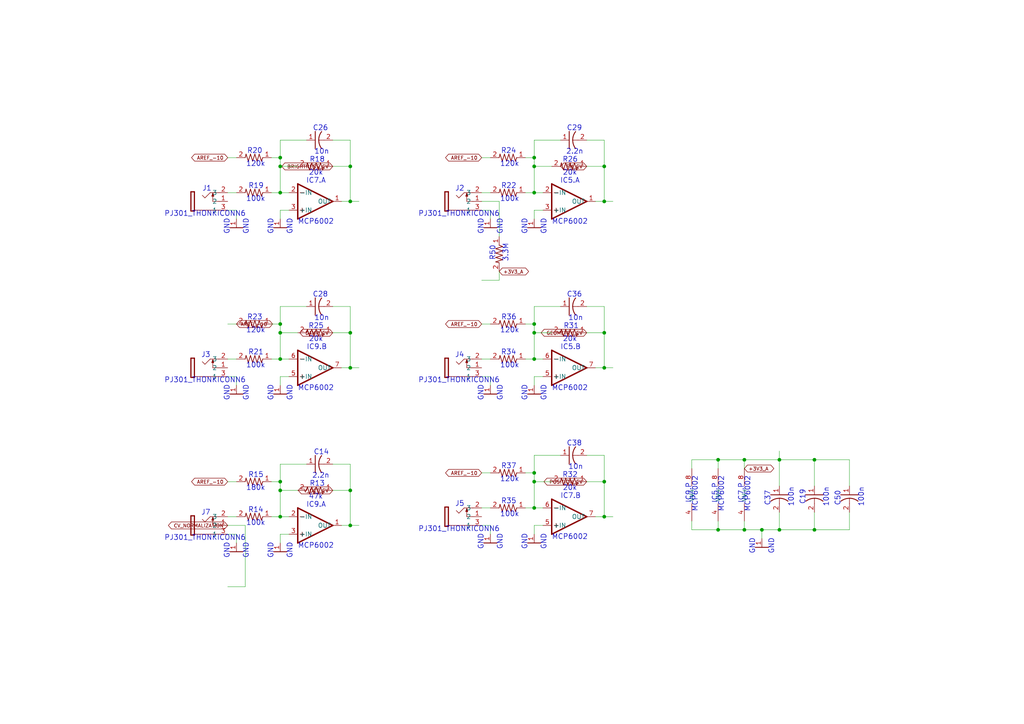
<source format=kicad_sch>
(kicad_sch (version 20231120) (generator "eeschema") (generator_version "8.0")
  (paper "A4")
  (lib_symbols
    (symbol "nrings-eagle-import:BRIGHT"
      (symbol "BRIGHT_1_0"
        (polyline (pts (xy -4.063 -2.794) (xy -4.063 2.794)) (stroke (width 0.333)))
        (polyline (pts (xy -4.063 2.794) (xy -3.047 2.794)) (stroke (width 0.333)))
        (polyline (pts (xy -3.047 -2.794) (xy -4.063 -2.794)) (stroke (width 0.333)))
        (polyline (pts (xy -3.047 2.794) (xy -3.047 -2.794)) (stroke (width 0.333)))
        (polyline (pts (xy -0.001 1.016) (xy -0.763 1.778)) (stroke (width 0.152)))
        (polyline (pts (xy 1.523 2.54) (xy -0.001 1.016)) (stroke (width 0.152)))
        (polyline (pts (xy 2.031 1.524) (xy 2.285 2.286)) (stroke (width 0.254)))
        (polyline (pts (xy 2.285 0) (xy 2.285 2.286)) (stroke (width 0.152)))
        (polyline (pts (xy 2.285 2.286) (xy 2.539 1.524)) (stroke (width 0.254)))
        (polyline (pts (xy 2.539 1.524) (xy 2.031 1.524)) (stroke (width 0.254)))
        (polyline (pts (xy 4.063 -2.54) (xy -3.049 -2.54)) (stroke (width 0.152)))
        (polyline (pts (xy 4.063 0) (xy 2.285 0)) (stroke (width 0.152)))
        (polyline (pts (xy 4.063 2.54) (xy 1.523 2.54)) (stroke (width 0.152)))
        (pin passive line (at 6.603 0 180) (length 2.54) (name "2") (number "1"))
        (pin passive line (at 6.603 2.54 180) (length 2.54) (name "3") (number "2"))
        (pin passive line (at 6.603 -2.54 180) (length 2.54) (name "1") (number "3"))
      )
    )
    (symbol "nrings-eagle-import:C-USC0603_4"
      (symbol "C-USC0603_4_1_0"
        (polyline (pts (xy -2.54 1.27) (xy 2.54 1.27)) (stroke (width 0.254)))
        (polyline (pts (xy 0 0.254) (xy 0 -1.27)) (stroke (width 0.152)))
        (arc (start 0 0.254) (mid -1.3021 0.0399) (end -2.467 -0.58) (stroke (width 0.254)))
        (arc (start 2.489 -0.584) (mid 1.3157 0.0506) (end 0 0.2701) (stroke (width 0.254)))
        (pin passive line (at 0 3.81 270) (length 2.54) (name "1") (number "1"))
        (pin passive line (at 0 -3.81 90) (length 2.54) (name "2") (number "2"))
      )
    )
    (symbol "nrings-eagle-import:C-USC0603_5"
      (symbol "C-USC0603_5_1_0"
        (arc (start -0.254 0) (mid -0.0399 -1.3021) (end 0.58 -2.467) (stroke (width 0.254)))
        (polyline (pts (xy -1.27 -2.54) (xy -1.27 2.54)) (stroke (width 0.254)))
        (polyline (pts (xy -0.254 0) (xy 1.27 0)) (stroke (width 0.152)))
        (arc (start 0.584 2.489) (mid -0.0506 1.3157) (end -0.27 0) (stroke (width 0.254)))
        (pin passive line (at -3.81 0 0) (length 2.54) (name "1") (number "1"))
        (pin passive line (at 3.81 0 180) (length 2.54) (name "2") (number "2"))
      )
    )
    (symbol "nrings-eagle-import:DAMP"
      (symbol "DAMP_1_0"
        (polyline (pts (xy -4.063 -2.794) (xy -4.063 2.794)) (stroke (width 0.333)))
        (polyline (pts (xy -4.063 2.794) (xy -3.047 2.794)) (stroke (width 0.333)))
        (polyline (pts (xy -3.047 -2.794) (xy -4.063 -2.794)) (stroke (width 0.333)))
        (polyline (pts (xy -3.047 2.794) (xy -3.047 -2.794)) (stroke (width 0.333)))
        (polyline (pts (xy -0.001 1.016) (xy -0.763 1.778)) (stroke (width 0.152)))
        (polyline (pts (xy 1.523 2.54) (xy -0.001 1.016)) (stroke (width 0.152)))
        (polyline (pts (xy 2.031 1.524) (xy 2.285 2.286)) (stroke (width 0.254)))
        (polyline (pts (xy 2.285 0) (xy 2.285 2.286)) (stroke (width 0.152)))
        (polyline (pts (xy 2.285 2.286) (xy 2.539 1.524)) (stroke (width 0.254)))
        (polyline (pts (xy 2.539 1.524) (xy 2.031 1.524)) (stroke (width 0.254)))
        (polyline (pts (xy 4.063 -2.54) (xy -3.049 -2.54)) (stroke (width 0.152)))
        (polyline (pts (xy 4.063 0) (xy 2.285 0)) (stroke (width 0.152)))
        (polyline (pts (xy 4.063 2.54) (xy 1.523 2.54)) (stroke (width 0.152)))
        (pin passive line (at 6.603 0 180) (length 2.54) (name "2") (number "1"))
        (pin passive line (at 6.603 2.54 180) (length 2.54) (name "3") (number "2"))
        (pin passive line (at 6.603 -2.54 180) (length 2.54) (name "1") (number "3"))
      )
    )
    (symbol "nrings-eagle-import:GEOM"
      (symbol "GEOM_1_0"
        (polyline (pts (xy -4.063 -2.794) (xy -4.063 2.794)) (stroke (width 0.333)))
        (polyline (pts (xy -4.063 2.794) (xy -3.047 2.794)) (stroke (width 0.333)))
        (polyline (pts (xy -3.047 -2.794) (xy -4.063 -2.794)) (stroke (width 0.333)))
        (polyline (pts (xy -3.047 2.794) (xy -3.047 -2.794)) (stroke (width 0.333)))
        (polyline (pts (xy -0.001 1.016) (xy -0.763 1.778)) (stroke (width 0.152)))
        (polyline (pts (xy 1.523 2.54) (xy -0.001 1.016)) (stroke (width 0.152)))
        (polyline (pts (xy 2.031 1.524) (xy 2.285 2.286)) (stroke (width 0.254)))
        (polyline (pts (xy 2.285 0) (xy 2.285 2.286)) (stroke (width 0.152)))
        (polyline (pts (xy 2.285 2.286) (xy 2.539 1.524)) (stroke (width 0.254)))
        (polyline (pts (xy 2.539 1.524) (xy 2.031 1.524)) (stroke (width 0.254)))
        (polyline (pts (xy 4.063 -2.54) (xy -3.049 -2.54)) (stroke (width 0.152)))
        (polyline (pts (xy 4.063 0) (xy 2.285 0)) (stroke (width 0.152)))
        (polyline (pts (xy 4.063 2.54) (xy 1.523 2.54)) (stroke (width 0.152)))
        (pin passive line (at 6.603 0 180) (length 2.54) (name "2") (number "1"))
        (pin passive line (at 6.603 2.54 180) (length 2.54) (name "3") (number "2"))
        (pin passive line (at 6.603 -2.54 180) (length 2.54) (name "1") (number "3"))
      )
    )
    (symbol "nrings-eagle-import:GND" (power)
      (symbol "GND_1_0"
        (polyline (pts (xy -1.905 0) (xy 1.905 0)) (stroke (width 0.254)))
        (pin power_in line (at 0 2.54 270) (length 2.54) (name "GND") (number "1"))
      )
    )
    (symbol "nrings-eagle-import:PJ301_THONKICONN6"
      (symbol "PJ301_THONKICONN6_1_0"
        (polyline (pts (xy -4.063 -2.794) (xy -4.063 2.794)) (stroke (width 0.333)))
        (polyline (pts (xy -4.063 2.794) (xy -3.047 2.794)) (stroke (width 0.333)))
        (polyline (pts (xy -3.047 -2.794) (xy -4.063 -2.794)) (stroke (width 0.333)))
        (polyline (pts (xy -3.047 2.794) (xy -3.047 -2.794)) (stroke (width 0.333)))
        (polyline (pts (xy -0.001 1.016) (xy -0.763 1.778)) (stroke (width 0.152)))
        (polyline (pts (xy 1.523 2.54) (xy -0.001 1.016)) (stroke (width 0.152)))
        (polyline (pts (xy 2.031 1.524) (xy 2.285 2.286)) (stroke (width 0.254)))
        (polyline (pts (xy 2.285 0) (xy 2.285 2.286)) (stroke (width 0.152)))
        (polyline (pts (xy 2.285 2.286) (xy 2.539 1.524)) (stroke (width 0.254)))
        (polyline (pts (xy 2.539 1.524) (xy 2.031 1.524)) (stroke (width 0.254)))
        (polyline (pts (xy 4.063 -2.54) (xy -3.049 -2.54)) (stroke (width 0.152)))
        (polyline (pts (xy 4.063 0) (xy 2.285 0)) (stroke (width 0.152)))
        (polyline (pts (xy 4.063 2.54) (xy 1.523 2.54)) (stroke (width 0.152)))
        (pin passive line (at 6.603 0 180) (length 2.54) (name "2") (number "1"))
        (pin passive line (at 6.603 2.54 180) (length 2.54) (name "3") (number "2"))
        (pin passive line (at 6.603 -2.54 180) (length 2.54) (name "1") (number "3"))
      )
    )
    (symbol "nrings-eagle-import:POS"
      (symbol "POS_1_0"
        (polyline (pts (xy -4.063 -2.794) (xy -4.063 2.794)) (stroke (width 0.333)))
        (polyline (pts (xy -4.063 2.794) (xy -3.047 2.794)) (stroke (width 0.333)))
        (polyline (pts (xy -3.047 -2.794) (xy -4.063 -2.794)) (stroke (width 0.333)))
        (polyline (pts (xy -3.047 2.794) (xy -3.047 -2.794)) (stroke (width 0.333)))
        (polyline (pts (xy -0.001 1.016) (xy -0.763 1.778)) (stroke (width 0.152)))
        (polyline (pts (xy 1.523 2.54) (xy -0.001 1.016)) (stroke (width 0.152)))
        (polyline (pts (xy 2.031 1.524) (xy 2.285 2.286)) (stroke (width 0.254)))
        (polyline (pts (xy 2.285 0) (xy 2.285 2.286)) (stroke (width 0.152)))
        (polyline (pts (xy 2.285 2.286) (xy 2.539 1.524)) (stroke (width 0.254)))
        (polyline (pts (xy 2.539 1.524) (xy 2.031 1.524)) (stroke (width 0.254)))
        (polyline (pts (xy 4.063 -2.54) (xy -3.049 -2.54)) (stroke (width 0.152)))
        (polyline (pts (xy 4.063 0) (xy 2.285 0)) (stroke (width 0.152)))
        (polyline (pts (xy 4.063 2.54) (xy 1.523 2.54)) (stroke (width 0.152)))
        (pin passive line (at 6.603 0 180) (length 2.54) (name "2") (number "1"))
        (pin passive line (at 6.603 2.54 180) (length 2.54) (name "3") (number "2"))
        (pin passive line (at 6.603 -2.54 180) (length 2.54) (name "1") (number "3"))
      )
    )
    (symbol "nrings-eagle-import:R-US_R0603_36"
      (symbol "R-US_R0603_36_1_0"
        (polyline (pts (xy -1.016 -2.286) (xy 0 -2.54)) (stroke (width 0.203)))
        (polyline (pts (xy -1.016 -1.016) (xy 1.016 -1.651)) (stroke (width 0.203)))
        (polyline (pts (xy -1.016 0.254) (xy 1.016 -0.381)) (stroke (width 0.203)))
        (polyline (pts (xy -1.016 1.524) (xy 1.016 0.889)) (stroke (width 0.203)))
        (polyline (pts (xy 0 2.54) (xy 1.016 2.159)) (stroke (width 0.203)))
        (polyline (pts (xy 1.016 -1.651) (xy -1.016 -2.286)) (stroke (width 0.203)))
        (polyline (pts (xy 1.016 -0.381) (xy -1.016 -1.016)) (stroke (width 0.203)))
        (polyline (pts (xy 1.016 0.889) (xy -1.016 0.254)) (stroke (width 0.203)))
        (polyline (pts (xy 1.016 2.159) (xy -1.016 1.524)) (stroke (width 0.203)))
        (pin passive line (at 0 5.08 270) (length 2.54) (name "1") (number "1"))
        (pin passive line (at 0 -5.08 90) (length 2.54) (name "2") (number "2"))
      )
    )
    (symbol "nrings-eagle-import:R-US_R0603_37"
      (symbol "R-US_R0603_37_1_0"
        (polyline (pts (xy -2.286 1.016) (xy -2.54 0)) (stroke (width 0.203)))
        (polyline (pts (xy -1.651 -1.016) (xy -2.286 1.016)) (stroke (width 0.203)))
        (polyline (pts (xy -1.016 1.016) (xy -1.651 -1.016)) (stroke (width 0.203)))
        (polyline (pts (xy -0.381 -1.016) (xy -1.016 1.016)) (stroke (width 0.203)))
        (polyline (pts (xy 0.254 1.016) (xy -0.381 -1.016)) (stroke (width 0.203)))
        (polyline (pts (xy 0.889 -1.016) (xy 0.254 1.016)) (stroke (width 0.203)))
        (polyline (pts (xy 1.524 1.016) (xy 0.889 -1.016)) (stroke (width 0.203)))
        (polyline (pts (xy 2.159 -1.016) (xy 1.524 1.016)) (stroke (width 0.203)))
        (polyline (pts (xy 2.54 0) (xy 2.159 -1.016)) (stroke (width 0.203)))
        (pin passive line (at 5.08 0 180) (length 2.54) (name "1") (number "1"))
        (pin passive line (at -5.08 0 0) (length 2.54) (name "2") (number "2"))
      )
    )
    (symbol "nrings-eagle-import:TL072D"
      (symbol "TL072D_1_0"
        (polyline (pts (xy -5.08 -5.08) (xy -5.08 5.08)) (stroke (width 0.406)))
        (polyline (pts (xy -5.08 5.08) (xy 5.08 0)) (stroke (width 0.406)))
        (polyline (pts (xy -4.445 -2.54) (xy -3.175 -2.54)) (stroke (width 0.152)))
        (polyline (pts (xy -4.445 2.54) (xy -3.175 2.54)) (stroke (width 0.152)))
        (polyline (pts (xy -3.81 -3.175) (xy -3.81 -1.905)) (stroke (width 0.152)))
        (polyline (pts (xy 5.08 0) (xy -5.08 -5.08)) (stroke (width 0.406)))
        (pin output line (at 7.62 0 180) (length 2.54) (name "OUT") (number "1"))
        (pin input line (at -7.62 2.54 0) (length 2.54) (name "-IN") (number "2"))
        (pin input line (at -7.62 -2.54 0) (length 2.54) (name "+IN") (number "3"))
      )
      (symbol "TL072D_2_0"
        (polyline (pts (xy -5.08 -5.08) (xy -5.08 5.08)) (stroke (width 0.406)))
        (polyline (pts (xy -5.08 5.08) (xy 5.08 0)) (stroke (width 0.406)))
        (polyline (pts (xy -4.445 -2.54) (xy -3.175 -2.54)) (stroke (width 0.152)))
        (polyline (pts (xy -4.445 2.54) (xy -3.175 2.54)) (stroke (width 0.152)))
        (polyline (pts (xy -3.81 -3.175) (xy -3.81 -1.905)) (stroke (width 0.152)))
        (polyline (pts (xy 5.08 0) (xy -5.08 -5.08)) (stroke (width 0.406)))
        (pin input line (at -7.62 -2.54 0) (length 2.54) (name "+IN") (number "5"))
        (pin input line (at -7.62 2.54 0) (length 2.54) (name "-IN") (number "6"))
        (pin output line (at 7.62 0 180) (length 2.54) (name "OUT") (number "7"))
      )
      (symbol "TL072D_3_0"
        (pin power_in line (at 0 -7.62 90) (length 5.08) (name "V-") (number "4"))
        (pin power_in line (at 0 7.62 270) (length 5.08) (name "V+") (number "8"))
      )
    )
    (symbol "nrings-eagle-import:VOCT"
      (symbol "VOCT_1_0"
        (polyline (pts (xy -4.063 -2.794) (xy -4.063 2.794)) (stroke (width 0.333)))
        (polyline (pts (xy -4.063 2.794) (xy -3.047 2.794)) (stroke (width 0.333)))
        (polyline (pts (xy -3.047 -2.794) (xy -4.063 -2.794)) (stroke (width 0.333)))
        (polyline (pts (xy -3.047 2.794) (xy -3.047 -2.794)) (stroke (width 0.333)))
        (polyline (pts (xy -0.001 1.016) (xy -0.763 1.778)) (stroke (width 0.152)))
        (polyline (pts (xy 1.523 2.54) (xy -0.001 1.016)) (stroke (width 0.152)))
        (polyline (pts (xy 2.031 1.524) (xy 2.285 2.286)) (stroke (width 0.254)))
        (polyline (pts (xy 2.285 0) (xy 2.285 2.286)) (stroke (width 0.152)))
        (polyline (pts (xy 2.285 2.286) (xy 2.539 1.524)) (stroke (width 0.254)))
        (polyline (pts (xy 2.539 1.524) (xy 2.031 1.524)) (stroke (width 0.254)))
        (polyline (pts (xy 4.063 -2.54) (xy -3.049 -2.54)) (stroke (width 0.152)))
        (polyline (pts (xy 4.063 0) (xy 2.285 0)) (stroke (width 0.152)))
        (polyline (pts (xy 4.063 2.54) (xy 1.523 2.54)) (stroke (width 0.152)))
        (pin passive line (at 6.603 0 180) (length 2.54) (name "2") (number "1"))
        (pin passive line (at 6.603 2.54 180) (length 2.54) (name "3") (number "2"))
        (pin passive line (at 6.603 -2.54 180) (length 2.54) (name "1") (number "3"))
      )
    )
  )
  (junction (at 226.06 133.35))
  (junction (at 154.94 45.72))
  (junction (at 81.28 93.98))
  (junction (at 154.94 139.7))
  (junction (at 208.28 133.35))
  (junction (at 81.28 149.86))
  (junction (at 220.98 153.67))
  (junction (at 81.28 104.14))
  (junction (at 154.94 48.26))
  (junction (at 101.6 152.4))
  (junction (at 175.26 149.86))
  (junction (at 175.26 48.26))
  (junction (at 208.28 153.67))
  (junction (at 175.26 58.42))
  (junction (at 101.6 58.42))
  (junction (at 226.06 153.67))
  (junction (at 101.6 142.24))
  (junction (at 81.28 142.24))
  (junction (at 101.6 106.68))
  (junction (at 154.94 96.52))
  (junction (at 154.94 55.88))
  (junction (at 175.26 96.52))
  (junction (at 81.28 55.88))
  (junction (at 81.28 45.72))
  (junction (at 154.94 137.16))
  (junction (at 236.22 133.35))
  (junction (at 154.94 93.98))
  (junction (at 154.94 147.32))
  (junction (at 215.9 133.35))
  (junction (at 175.26 106.68))
  (junction (at 215.9 153.67))
  (junction (at 154.94 104.14))
  (junction (at 236.22 153.67))
  (junction (at 101.6 48.26))
  (junction (at 175.26 139.7))
  (junction (at 81.28 96.52))
  (junction (at 81.28 139.7))
  (junction (at 81.28 48.26))
  (junction (at 101.6 96.52))
  (wire (pts (xy 81.28 88.9) (xy 81.28 93.98)) (stroke (width 0.1)))
  (wire (pts (xy 88.9 40.64) (xy 81.28 40.64)) (stroke (width 0.1)))
  (wire (pts (xy 81.28 55.88) (xy 83.82 55.88)) (stroke (width 0.1)))
  (wire (pts (xy 226.06 153.67) (xy 220.98 153.67)) (stroke (width 0.1)))
  (wire (pts (xy 78.74 104.14) (xy 81.28 104.14)) (stroke (width 0.1)))
  (wire (pts (xy 83.82 109.22) (xy 81.28 109.22)) (stroke (width 0.1)))
  (wire (pts (xy 96.52 88.9) (xy 101.6 88.9)) (stroke (width 0.1)))
  (wire (pts (xy 68.58 154.94) (xy 68.58 157.48)) (stroke (width 0.1)))
  (wire (pts (xy 66.04 154.94) (xy 68.58 154.94)) (stroke (width 0.1)))
  (wire (pts (xy 81.28 104.14) (xy 83.82 104.14)) (stroke (width 0.1)))
  (wire (pts (xy 170.18 139.7) (xy 175.26 139.7)) (stroke (width 0.1)))
  (wire (pts (xy 66.04 104.14) (xy 68.58 104.14)) (stroke (width 0.1)))
  (wire (pts (xy 144.78 78.74) (xy 144.78 81.28)) (stroke (width 0.1)))
  (wire (pts (xy 154.94 109.22) (xy 154.94 111.76)) (stroke (width 0.1)))
  (wire (pts (xy 160.02 48.26) (xy 154.94 48.26)) (stroke (width 0.1)))
  (wire (pts (xy 139.7 104.14) (xy 142.24 104.14)) (stroke (width 0.1)))
  (wire (pts (xy 154.94 96.52) (xy 154.94 104.14)) (stroke (width 0.1)))
  (wire (pts (xy 139.7 152.4) (xy 142.24 152.4)) (stroke (width 0.1)))
  (wire (pts (xy 236.22 133.35) (xy 236.22 140.97)) (stroke (width 0.1)))
  (wire (pts (xy 139.7 109.22) (xy 142.24 109.22)) (stroke (width 0.1)))
  (wire (pts (xy 200.66 133.35) (xy 208.28 133.35)) (stroke (width 0.1)))
  (wire (pts (xy 78.74 45.72) (xy 81.28 45.72)) (stroke (width 0.1)))
  (wire (pts (xy 66.04 152.4) (xy 71.12 152.4)) (stroke (width 0.1)))
  (wire (pts (xy 78.74 55.88) (xy 81.28 55.88)) (stroke (width 0.1)))
  (wire (pts (xy 154.94 152.4) (xy 154.94 154.94)) (stroke (width 0.1)))
  (wire (pts (xy 86.36 96.52) (xy 81.28 96.52)) (stroke (width 0.1)))
  (wire (pts (xy 154.94 93.98) (xy 154.94 88.9)) (stroke (width 0.1)))
  (wire (pts (xy 175.26 48.26) (xy 175.26 58.42)) (stroke (width 0.1)))
  (wire (pts (xy 81.28 139.7) (xy 81.28 142.24)) (stroke (width 0.1)))
  (wire (pts (xy 142.24 109.22) (xy 142.24 111.76)) (stroke (width 0.1)))
  (wire (pts (xy 68.58 109.22) (xy 68.58 111.76)) (stroke (width 0.1)))
  (wire (pts (xy 88.9 134.62) (xy 81.28 134.62)) (stroke (width 0.1)))
  (wire (pts (xy 86.36 48.26) (xy 81.28 48.26)) (stroke (width 0.1)))
  (wire (pts (xy 152.4 104.14) (xy 154.94 104.14)) (stroke (width 0.1)))
  (wire (pts (xy 226.06 148.59) (xy 226.06 153.67)) (stroke (width 0.1)))
  (wire (pts (xy 200.66 151.13) (xy 200.66 153.67)) (stroke (width 0.1)))
  (wire (pts (xy 157.48 60.96) (xy 154.94 60.96)) (stroke (width 0.1)))
  (wire (pts (xy 81.28 149.86) (xy 83.82 149.86)) (stroke (width 0.1)))
  (wire (pts (xy 154.94 93.98) (xy 154.94 96.52)) (stroke (width 0.1)))
  (wire (pts (xy 142.24 60.96) (xy 142.24 63.5)) (stroke (width 0.1)))
  (wire (pts (xy 81.28 60.96) (xy 81.28 63.5)) (stroke (width 0.1)))
  (wire (pts (xy 154.94 132.08) (xy 162.56 132.08)) (stroke (width 0.1)))
  (wire (pts (xy 246.38 140.97) (xy 246.38 133.35)) (stroke (width 0.1)))
  (wire (pts (xy 236.22 153.67) (xy 236.22 148.59)) (stroke (width 0.1)))
  (wire (pts (xy 154.94 147.32) (xy 157.48 147.32)) (stroke (width 0.1)))
  (wire (pts (xy 175.26 88.9) (xy 175.26 96.52)) (stroke (width 0.1)))
  (wire (pts (xy 157.48 152.4) (xy 154.94 152.4)) (stroke (width 0.1)))
  (wire (pts (xy 175.26 58.42) (xy 177.8 58.42)) (stroke (width 0.1)))
  (wire (pts (xy 78.74 139.7) (xy 81.28 139.7)) (stroke (width 0.1)))
  (wire (pts (xy 152.4 137.16) (xy 154.94 137.16)) (stroke (width 0.1)))
  (wire (pts (xy 162.56 40.64) (xy 154.94 40.64)) (stroke (width 0.1)))
  (wire (pts (xy 246.38 153.67) (xy 236.22 153.67)) (stroke (width 0.1)))
  (wire (pts (xy 83.82 60.96) (xy 81.28 60.96)) (stroke (width 0.1)))
  (wire (pts (xy 208.28 135.89) (xy 208.28 133.35)) (stroke (width 0.1)))
  (wire (pts (xy 246.38 133.35) (xy 236.22 133.35)) (stroke (width 0.1)))
  (wire (pts (xy 83.82 154.94) (xy 81.28 154.94)) (stroke (width 0.1)))
  (wire (pts (xy 96.52 96.52) (xy 101.6 96.52)) (stroke (width 0.1)))
  (wire (pts (xy 175.26 58.42) (xy 172.72 58.42)) (stroke (width 0.1)))
  (wire (pts (xy 170.18 48.26) (xy 175.26 48.26)) (stroke (width 0.1)))
  (wire (pts (xy 175.26 132.08) (xy 175.26 139.7)) (stroke (width 0.1)))
  (wire (pts (xy 220.98 153.67) (xy 220.98 156.21)) (stroke (width 0.1)))
  (wire (pts (xy 86.36 142.24) (xy 81.28 142.24)) (stroke (width 0.1)))
  (wire (pts (xy 170.18 88.9) (xy 175.26 88.9)) (stroke (width 0.1)))
  (wire (pts (xy 154.94 45.72) (xy 154.94 48.26)) (stroke (width 0.1)))
  (wire (pts (xy 101.6 48.26) (xy 101.6 58.42)) (stroke (width 0.1)))
  (wire (pts (xy 160.02 96.52) (xy 154.94 96.52)) (stroke (width 0.1)))
  (wire (pts (xy 144.78 58.42) (xy 139.7 58.42)) (stroke (width 0.1)))
  (wire (pts (xy 66.04 139.7) (xy 68.58 139.7)) (stroke (width 0.1)))
  (wire (pts (xy 101.6 152.4) (xy 99.06 152.4)) (stroke (width 0.1)))
  (wire (pts (xy 101.6 88.9) (xy 101.6 96.52)) (stroke (width 0.1)))
  (wire (pts (xy 154.94 137.16) (xy 154.94 132.08)) (stroke (width 0.1)))
  (wire (pts (xy 215.9 135.89) (xy 215.9 133.35)) (stroke (width 0.1)))
  (wire (pts (xy 101.6 106.68) (xy 104.14 106.68)) (stroke (width 0.1)))
  (wire (pts (xy 175.26 149.86) (xy 172.72 149.86)) (stroke (width 0.1)))
  (wire (pts (xy 144.78 81.28) (xy 139.7 81.28)) (stroke (width 0.1)))
  (wire (pts (xy 154.94 88.9) (xy 162.56 88.9)) (stroke (width 0.1)))
  (wire (pts (xy 175.26 106.68) (xy 172.72 106.68)) (stroke (width 0.1)))
  (wire (pts (xy 66.04 55.88) (xy 68.58 55.88)) (stroke (width 0.1)))
  (wire (pts (xy 101.6 106.68) (xy 99.06 106.68)) (stroke (width 0.1)))
  (wire (pts (xy 81.28 48.26) (xy 81.28 55.88)) (stroke (width 0.1)))
  (wire (pts (xy 226.06 133.35) (xy 226.06 140.97)) (stroke (width 0.1)))
  (wire (pts (xy 101.6 142.24) (xy 101.6 152.4)) (stroke (width 0.1)))
  (wire (pts (xy 175.26 96.52) (xy 175.26 106.68)) (stroke (width 0.1)))
  (wire (pts (xy 175.26 139.7) (xy 175.26 149.86)) (stroke (width 0.1)))
  (wire (pts (xy 71.12 152.4) (xy 71.12 170.18)) (stroke (width 0.1)))
  (wire (pts (xy 81.28 154.94) (xy 81.28 157.48)) (stroke (width 0.1)))
  (wire (pts (xy 157.48 109.22) (xy 154.94 109.22)) (stroke (width 0.1)))
  (wire (pts (xy 175.26 40.64) (xy 175.26 48.26)) (stroke (width 0.1)))
  (wire (pts (xy 71.12 170.18) (xy 66.04 170.18)) (stroke (width 0.1)))
  (wire (pts (xy 139.7 137.16) (xy 142.24 137.16)) (stroke (width 0.1)))
  (wire (pts (xy 144.78 68.58) (xy 144.78 58.42)) (stroke (width 0.1)))
  (wire (pts (xy 66.04 109.22) (xy 68.58 109.22)) (stroke (width 0.1)))
  (wire (pts (xy 81.28 93.98) (xy 81.28 96.52)) (stroke (width 0.1)))
  (wire (pts (xy 81.28 142.24) (xy 81.28 149.86)) (stroke (width 0.1)))
  (wire (pts (xy 101.6 40.64) (xy 101.6 48.26)) (stroke (width 0.1)))
  (wire (pts (xy 226.06 133.35) (xy 226.06 130.81)) (stroke (width 0.1)))
  (wire (pts (xy 139.7 45.72) (xy 142.24 45.72)) (stroke (width 0.1)))
  (wire (pts (xy 68.58 93.98) (xy 66.04 93.98)) (stroke (width 0.1)))
  (wire (pts (xy 66.04 45.72) (xy 68.58 45.72)) (stroke (width 0.1)))
  (wire (pts (xy 68.58 60.96) (xy 68.58 63.5)) (stroke (width 0.1)))
  (wire (pts (xy 215.9 133.35) (xy 226.06 133.35)) (stroke (width 0.1)))
  (wire (pts (xy 81.28 40.64) (xy 81.28 45.72)) (stroke (width 0.1)))
  (wire (pts (xy 154.94 48.26) (xy 154.94 55.88)) (stroke (width 0.1)))
  (wire (pts (xy 96.52 142.24) (xy 101.6 142.24)) (stroke (width 0.1)))
  (wire (pts (xy 96.52 48.26) (xy 101.6 48.26)) (stroke (width 0.1)))
  (wire (pts (xy 78.74 149.86) (xy 81.28 149.86)) (stroke (width 0.1)))
  (wire (pts (xy 139.7 55.88) (xy 142.24 55.88)) (stroke (width 0.1)))
  (wire (pts (xy 154.94 40.64) (xy 154.94 45.72)) (stroke (width 0.1)))
  (wire (pts (xy 66.04 60.96) (xy 68.58 60.96)) (stroke (width 0.1)))
  (wire (pts (xy 66.04 149.86) (xy 68.58 149.86)) (stroke (width 0.1)))
  (wire (pts (xy 152.4 55.88) (xy 154.94 55.88)) (stroke (width 0.1)))
  (wire (pts (xy 152.4 147.32) (xy 154.94 147.32)) (stroke (width 0.1)))
  (wire (pts (xy 81.28 109.22) (xy 81.28 111.76)) (stroke (width 0.1)))
  (wire (pts (xy 142.24 152.4) (xy 142.24 154.94)) (stroke (width 0.1)))
  (wire (pts (xy 96.52 134.62) (xy 101.6 134.62)) (stroke (width 0.1)))
  (wire (pts (xy 226.06 153.67) (xy 236.22 153.67)) (stroke (width 0.1)))
  (wire (pts (xy 154.94 104.14) (xy 157.48 104.14)) (stroke (width 0.1)))
  (wire (pts (xy 215.9 151.13) (xy 215.9 153.67)) (stroke (width 0.1)))
  (wire (pts (xy 88.9 88.9) (xy 81.28 88.9)) (stroke (width 0.1)))
  (wire (pts (xy 208.28 151.13) (xy 208.28 153.67)) (stroke (width 0.1)))
  (wire (pts (xy 170.18 132.08) (xy 175.26 132.08)) (stroke (width 0.1)))
  (wire (pts (xy 246.38 148.59) (xy 246.38 153.67)) (stroke (width 0.1)))
  (wire (pts (xy 208.28 133.35) (xy 215.9 133.35)) (stroke (width 0.1)))
  (wire (pts (xy 101.6 58.42) (xy 99.06 58.42)) (stroke (width 0.1)))
  (wire (pts (xy 154.94 60.96) (xy 154.94 63.5)) (stroke (width 0.1)))
  (wire (pts (xy 96.52 40.64) (xy 101.6 40.64)) (stroke (width 0.1)))
  (wire (pts (xy 152.4 45.72) (xy 154.94 45.72)) (stroke (width 0.1)))
  (wire (pts (xy 101.6 152.4) (xy 104.14 152.4)) (stroke (width 0.1)))
  (wire (pts (xy 226.06 133.35) (xy 236.22 133.35)) (stroke (width 0.1)))
  (wire (pts (xy 200.66 153.67) (xy 208.28 153.67)) (stroke (width 0.1)))
  (wire (pts (xy 170.18 96.52) (xy 175.26 96.52)) (stroke (width 0.1)))
  (wire (pts (xy 81.28 45.72) (xy 81.28 48.26)) (stroke (width 0.1)))
  (wire (pts (xy 175.26 149.86) (xy 177.8 149.86)) (stroke (width 0.1)))
  (wire (pts (xy 78.74 93.98) (xy 81.28 93.98)) (stroke (width 0.1)))
  (wire (pts (xy 175.26 106.68) (xy 177.8 106.68)) (stroke (width 0.1)))
  (wire (pts (xy 170.18 40.64) (xy 175.26 40.64)) (stroke (width 0.1)))
  (wire (pts (xy 139.7 147.32) (xy 142.24 147.32)) (stroke (width 0.1)))
  (wire (pts (xy 81.28 96.52) (xy 81.28 104.14)) (stroke (width 0.1)))
  (wire (pts (xy 208.28 153.67) (xy 215.9 153.67)) (stroke (width 0.1)))
  (wire (pts (xy 154.94 139.7) (xy 154.94 147.32)) (stroke (width 0.1)))
  (wire (pts (xy 160.02 139.7) (xy 154.94 139.7)) (stroke (width 0.1)))
  (wire (pts (xy 154.94 55.88) (xy 157.48 55.88)) (stroke (width 0.1)))
  (wire (pts (xy 101.6 96.52) (xy 101.6 106.68)) (stroke (width 0.1)))
  (wire (pts (xy 154.94 137.16) (xy 154.94 139.7)) (stroke (width 0.1)))
  (wire (pts (xy 152.4 93.98) (xy 154.94 93.98)) (stroke (width 0.1)))
  (wire (pts (xy 101.6 58.42) (xy 104.14 58.42)) (stroke (width 0.1)))
  (wire (pts (xy 101.6 134.62) (xy 101.6 142.24)) (stroke (width 0.1)))
  (wire (pts (xy 215.9 153.67) (xy 220.98 153.67)) (stroke (width 0.1)))
  (wire (pts (xy 81.28 134.62) (xy 81.28 139.7)) (stroke (width 0.1)))
  (wire (pts (xy 139.7 60.96) (xy 142.24 60.96)) (stroke (width 0.1)))
  (wire (pts (xy 200.66 135.89) (xy 200.66 133.35)) (stroke (width 0.1)))
  (wire (pts (xy 139.7 93.98) (xy 142.24 93.98)) (stroke (width 0.1)))
  (text "R31" (at 163.426 95.504 0) (effects (font (size 1.48 1.48)) (justify left bottom)))
  (text "10n" (at 91.145 91.44 0) (effects (font (size 1.48 1.48)) (justify left top)))
  (text "20k" (at 163.208 49.276 0) (effects (font (size 1.48 1.48)) (justify left top)))
  (text "MCP6002" (at 160.044 154.94 0) (effects (font (size 1.48 1.48)) (justify left top)))
  (text "IC9.B" (at 88.894 101.6 0) (effects (font (size 1.48 1.48)) (justify left bottom)))
  (text "GND" (at 153.035 159.518 90) (effects (font (size 1.48 1.48)) (justify left bottom)))
  (text "PJ301_THONKICONN6" (at 47.653 61.214 0) (effects (font (size 1.48 1.48)) (justify left top)))
  (text "GND" (at 144.145 68.078 90) (effects (font (size 1.48 1.48)) (justify left top)))
  (text "2.2n" (at 90.509 137.16 0) (effects (font (size 1.48 1.48)) (justify left top)))
  (text "C50" (at 243.84 146.818 90) (effects (font (size 1.48 1.48)) (justify left bottom)))
  (text "PJ301_THONKICONN6" (at 47.653 109.474 0) (effects (font (size 1.48 1.48)) (justify left top)))
  (text "R20" (at 71.658 44.704 0) (effects (font (size 1.48 1.48)) (justify left bottom)))
  (text "GND" (at 66.675 68.078 90) (effects (font (size 1.48 1.48)) (justify left bottom)))
  (text "IC7.P" (at 215.84 146.092 90) (effects (font (size 1.48 1.48)) (justify left bottom)))
  (text "J1" (at 58.654 55.626 0) (effects (font (size 1.48 1.48)) (justify left bottom)))
  (text "MCP6002" (at 215.96 148.566 90) (effects (font (size 1.48 1.48)) (justify left top)))
  (text "MCP6002" (at 200.72 148.566 90) (effects (font (size 1.48 1.48)) (justify left top)))
  (text "GND" (at 153.035 68.078 90) (effects (font (size 1.48 1.48)) (justify left bottom)))
  (text "100k" (at 71.35 150.876 0) (effects (font (size 1.48 1.48)) (justify left top)))
  (text "20k" (at 89.548 49.276 0) (effects (font (size 1.48 1.48)) (justify left top)))
  (text "GND" (at 79.375 116.338 90) (effects (font (size 1.48 1.48)) (justify left bottom)))
  (text "C26" (at 90.709 38.1 0) (effects (font (size 1.48 1.48)) (justify left bottom)))
  (text "C29" (at 164.368 38.1 0) (effects (font (size 1.48 1.48)) (justify left bottom)))
  (text "GND" (at 219.075 160.788 90) (effects (font (size 1.48 1.48)) (justify left bottom)))
  (text "3.3M" (at 145.796 76.043 90) (effects (font (size 1.48 1.48)) (justify left top)))
  (text "R50" (at 143.764 75.662 90) (effects (font (size 1.48 1.48)) (justify left bottom)))
  (text "PJ301_THONKICONN6" (at 47.653 155.194 0) (effects (font (size 1.48 1.48)) (justify left top)))
  (text "GND" (at 79.375 68.078 90) (effects (font (size 1.48 1.48)) (justify left bottom)))
  (text "GND" (at 66.675 162.058 90) (effects (font (size 1.48 1.48)) (justify left bottom)))
  (text "GND" (at 140.335 68.078 90) (effects (font (size 1.48 1.48)) (justify left bottom)))
  (text "GND" (at 156.845 116.338 90) (effects (font (size 1.48 1.48)) (justify left top)))
  (text "C28" (at 90.673 86.36 0) (effects (font (size 1.48 1.48)) (justify left bottom)))
  (text "MCP6002" (at 86.384 111.76 0) (effects (font (size 1.48 1.48)) (justify left top)))
  (text "R24" (at 145.282 44.704 0) (effects (font (size 1.48 1.48)) (justify left bottom)))
  (text "100n" (at 248.92 147.09 90) (effects (font (size 1.48 1.48)) (justify left top)))
  (text "47k" (at 89.511 143.256 0) (effects (font (size 1.48 1.48)) (justify left top)))
  (text "C19" (at 233.68 146.454 90) (effects (font (size 1.48 1.48)) (justify left bottom)))
  (text "GND" (at 70.485 68.078 90) (effects (font (size 1.48 1.48)) (justify left top)))
  (text "120k" (at 71.35 46.736 0) (effects (font (size 1.48 1.48)) (justify left top)))
  (text "GND" (at 222.885 160.788 90) (effects (font (size 1.48 1.48)) (justify left top)))
  (text "GND" (at 83.185 68.078 90) (effects (font (size 1.48 1.48)) (justify left top)))
  (text "IC7.B" (at 162.518 144.78 0) (effects (font (size 1.48 1.48)) (justify left bottom)))
  (text "100k" (at 71.35 105.156 0) (effects (font (size 1.48 1.48)) (justify left top)))
  (text "PJ301_THONKICONN6" (at 121.313 109.474 0) (effects (font (size 1.48 1.48)) (justify left top)))
  (text "PJ301_THONKICONN6" (at 121.313 152.654 0) (effects (font (size 1.48 1.48)) (justify left top)))
  (text "IC5.P" (at 208.22 146.092 90) (effects (font (size 1.48 1.48)) (justify left bottom)))
  (text "GND" (at 79.375 162.058 90) (effects (font (size 1.48 1.48)) (justify left bottom)))
  (text "20k" (at 163.208 140.716 0) (effects (font (size 1.48 1.48)) (justify left top)))
  (text "R18" (at 89.767 47.244 0) (effects (font (size 1.48 1.48)) (justify left bottom)))
  (text "R14" (at 71.95 148.844 0) (effects (font (size 1.48 1.48)) (justify left bottom)))
  (text "C14" (at 90.963 132.08 0) (effects (font (size 1.48 1.48)) (justify left bottom)))
  (text "R25" (at 89.438 95.504 0) (effects (font (size 1.48 1.48)) (justify left bottom)))
  (text "R26" (at 163.135 47.244 0) (effects (font (size 1.48 1.48)) (justify left bottom)))
  (text "R19" (at 72.022 54.864 0) (effects (font (size 1.48 1.48)) (justify left bottom)))
  (text "J5" (at 131.987 147.066 0) (effects (font (size 1.48 1.48)) (justify left bottom)))
  (text "C37" (at 223.52 146.818 90) (effects (font (size 1.48 1.48)) (justify left bottom)))
  (text "R15" (at 71.986 138.684 0) (effects (font (size 1.48 1.48)) (justify left bottom)))
  (text "10n" (at 164.805 91.44 0) (effects (font (size 1.48 1.48)) (justify left top)))
  (text "GND" (at 140.335 116.338 90) (effects (font (size 1.48 1.48)) (justify left bottom)))
  (text "100k" (at 145.01 105.156 0) (effects (font (size 1.48 1.48)) (justify left top)))
  (text "MCP6002" (at 208.34 148.566 90) (effects (font (size 1.48 1.48)) (justify left top)))
  (text "100k" (at 145.01 148.336 0) (effects (font (size 1.48 1.48)) (justify left top)))
  (text "IC9.A" (at 88.821 147.32 0) (effects (font (size 1.48 1.48)) (justify left bottom)))
  (text "20k" (at 163.208 97.536 0) (effects (font (size 1.48 1.48)) (justify left top)))
  (text "GND" (at 70.485 162.058 90) (effects (font (size 1.48 1.48)) (justify left top)))
  (text "GND" (at 140.335 159.518 90) (effects (font (size 1.48 1.48)) (justify left bottom)))
  (text "PJ301_THONKICONN6" (at 121.313 61.214 0) (effects (font (size 1.48 1.48)) (justify left top)))
  (text "J3" (at 58.327 103.886 0) (effects (font (size 1.48 1.48)) (justify left bottom)))
  (text "120k" (at 145.01 138.176 0) (effects (font (size 1.48 1.48)) (justify left top)))
  (text "100k" (at 145.01 56.896 0) (effects (font (size 1.48 1.48)) (justify left top)))
  (text "J2" (at 131.987 55.626 0) (effects (font (size 1.48 1.48)) (justify left bottom)))
  (text "MCP6002" (at 160.044 111.76 0) (effects (font (size 1.48 1.48)) (justify left top)))
  (text "IC5.A" (at 162.445 53.34 0) (effects (font (size 1.48 1.48)) (justify left bottom)))
  (text "MCP6002" (at 86.384 63.5 0) (effects (font (size 1.48 1.48)) (justify left top)))
  (text "J4" (at 131.95 103.886 0) (effects (font (size 1.48 1.48)) (justify left bottom)))
  (text "R37" (at 145.318 136.144 0) (effects (font (size 1.48 1.48)) (justify left bottom)))
  (text "R21" (at 71.986 103.124 0) (effects (font (size 1.48 1.48)) (justify left bottom)))
  (text "10n" (at 91.145 43.18 0) (effects (font (size 1.48 1.48)) (justify left top)))
  (text "120k" (at 71.35 94.996 0) (effects (font (size 1.48 1.48)) (justify left top)))
  (text "IC9.P" (at 200.6 146.056 90) (effects (font (size 1.48 1.48)) (justify left bottom)))
  (text "R22" (at 145.318 54.864 0) (effects (font (size 1.48 1.48)) (justify left bottom)))
  (text "120k" (at 145.01 46.736 0) (effects (font (size 1.48 1.48)) (justify left top)))
  (text "MCP6002" (at 86.384 157.48 0) (effects (font (size 1.48 1.48)) (justify left top)))
  (text "GND" (at 156.845 68.078 90) (effects (font (size 1.48 1.48)) (justify left top)))
  (text "R35" (at 145.318 146.304 0) (effects (font (size 1.48 1.48)) (justify left bottom)))
  (text "GND" (at 156.845 159.518 90) (effects (font (size 1.48 1.48)) (justify left top)))
  (text "GND" (at 83.185 162.058 90) (effects (font (size 1.48 1.48)) (justify left top)))
  (text "10n" (at 164.805 134.62 0) (effects (font (size 1.48 1.48)) (justify left top)))
  (text "100n" (at 238.76 147.09 90) (effects (font (size 1.48 1.48)) (justify left top)))
  (text "GND" (at 70.485 116.338 90) (effects (font (size 1.48 1.48)) (justify left top)))
  (text "R32" (at 163.098 138.684 0) (effects (font (size 1.48 1.48)) (justify left bottom)))
  (text "2.2n" (at 164.169 43.18 0) (effects (font (size 1.48 1.48)) (justify left top)))
  (text "R36" (at 145.355 92.964 0) (effects (font (size 1.48 1.48)) (justify left bottom)))
  (text "GND" (at 144.145 116.338 90) (effects (font (size 1.48 1.48)) (justify left top)))
  (text "100n" (at 228.6 147.09 90) (effects (font (size 1.48 1.48)) (justify left top)))
  (text "GND" (at 153.035 116.338 90) (effects (font (size 1.48 1.48)) (justify left bottom)))
  (text "R13" (at 89.766 141.224 0) (effects (font (size 1.48 1.48)) (justify left bottom)))
  (text "GND" (at 83.185 116.338 90) (effects (font (size 1.48 1.48)) (justify left top)))
  (text "100k" (at 71.35 56.896 0) (effects (font (size 1.48 1.48)) (justify left top)))
  (text "20k" (at 89.548 97.536 0) (effects (font (size 1.48 1.48)) (justify left top)))
  (text "R34" (at 145.282 103.124 0) (effects (font (size 1.48 1.48)) (justify left bottom)))
  (text "R23" (at 71.658 92.964 0) (effects (font (size 1.48 1.48)) (justify left bottom)))
  (text "MCP6002" (at 160.044 63.5 0) (effects (font (size 1.48 1.48)) (justify left top)))
  (text "GND" (at 66.675 116.338 90) (effects (font (size 1.48 1.48)) (justify left bottom)))
  (text "IC7.A" (at 88.785 53.34 0) (effects (font (size 1.48 1.48)) (justify left bottom)))
  (text "120k" (at 145.01 94.996 0) (effects (font (size 1.48 1.48)) (justify left top)))
  (text "IC5.B" (at 162.518 101.6 0) (effects (font (size 1.48 1.48)) (justify left bottom)))
  (text "J7" (at 58.327 149.606 0) (effects (font (size 1.48 1.48)) (justify left bottom)))
  (text "C38" (at 164.333 129.54 0) (effects (font (size 1.48 1.48)) (justify left bottom)))
  (text "180k" (at 71.35 140.716 0) (effects (font (size 1.48 1.48)) (justify left top)))
  (text "GND" (at 144.145 159.518 90) (effects (font (size 1.48 1.48)) (justify left top)))
  (text "C36" (at 164.369 86.36 0) (effects (font (size 1.48 1.48)) (justify left bottom)))
  (global_label "FM_CV" (shape bidirectional) (at 170.18 48.26 180) (effects (font (size 1.016 1.016))) (property "Intersheetrefs" "${INTERSHEET_REFS}" (effects (hide yes))))
  (global_label "AREF_-10" (shape bidirectional) (at 139.7 137.16 180) (effects (font (size 1.016 1.016))) (property "Intersheetrefs" "${INTERSHEET_REFS}" (effects (hide yes))))
  (global_label "AREF_-10" (shape bidirectional) (at 66.04 45.72 180) (effects (font (size 1.016 1.016))) (property "Intersheetrefs" "${INTERSHEET_REFS}" (effects (hide yes))))
  (global_label "+3V3_A" (shape bidirectional) (at 215.9 135.89 0) (effects (font (size 1.016 1.016))) (property "Intersheetrefs" "${INTERSHEET_REFS}" (effects (hide yes))))
  (global_label "AREF_-10" (shape bidirectional) (at 139.7 45.72 180) (effects (font (size 1.016 1.016))) (property "Intersheetrefs" "${INTERSHEET_REFS}" (effects (hide yes))))
  (global_label "DAMP_CV" (shape bidirectional) (at 96.52 96.52 180) (effects (font (size 1.016 1.016))) (property "Intersheetrefs" "${INTERSHEET_REFS}" (effects (hide yes))))
  (global_label "V_OCT_CV" (shape bidirectional) (at 96.52 142.24 180) (effects (font (size 1.016 1.016))) (property "Intersheetrefs" "${INTERSHEET_REFS}" (effects (hide yes))))
  (global_label "AREF_-10" (shape bidirectional) (at 139.7 93.98 180) (effects (font (size 1.016 1.016))) (property "Intersheetrefs" "${INTERSHEET_REFS}" (effects (hide yes))))
  (global_label "CV_NORMALIZATION" (shape bidirectional) (at 66.04 152.4 180) (effects (font (size 1.016 1.016))) (property "Intersheetrefs" "${INTERSHEET_REFS}" (effects (hide yes))))
  (global_label "+3V3_A" (shape bidirectional) (at 144.78 78.74 0) (effects (font (size 1.016 1.016))) (property "Intersheetrefs" "${INTERSHEET_REFS}" (effects (hide yes))))
  (global_label "POSITION_CV" (shape bidirectional) (at 170.18 139.7 180) (effects (font (size 1.016 1.016))) (property "Intersheetrefs" "${INTERSHEET_REFS}" (effects (hide yes))))
  (global_label "GEOMETRY_CV" (shape bidirectional) (at 170.18 96.52 180) (effects (font (size 1.016 1.016))) (property "Intersheetrefs" "${INTERSHEET_REFS}" (effects (hide yes))))
  (global_label "BRIGHTNESS_CV" (shape bidirectional) (at 96.52 48.26 180) (effects (font (size 1.016 1.016))) (property "Intersheetrefs" "${INTERSHEET_REFS}" (effects (hide yes))))
  (global_label "AREF_-10" (shape bidirectional) (at 68.58 93.98 0) (effects (font (size 1.016 1.016))) (property "Intersheetrefs" "${INTERSHEET_REFS}" (effects (hide yes))))
  (global_label "AREF_-10" (shape bidirectional) (at 66.04 139.7 180) (effects (font (size 1.016 1.016))) (property "Intersheetrefs" "${INTERSHEET_REFS}" (effects (hide yes))))
  (symbol (lib_id "nrings-eagle-import:TL072D") (at 91.44 106.68 0) (unit 2)
    (property "Reference" "IC9" (effects (hide yes)))
    (property "Value" "MCP6002" (effects (hide yes)))
    (property "Footprint" "nrings:SO08" (effects (hide yes)))
  )
  (symbol (lib_id "nrings-eagle-import:GND") (at 220.98 158.75 0) (unit 1)
    (property "Reference" "#GND28" (effects (hide yes)))
    (property "Value" "GND" (effects (hide yes)))
  )
  (symbol (lib_id "nrings-eagle-import:R-US_R0603_37") (at 147.32 55.88 0) (unit 1)
    (property "Reference" "R22" (effects (hide yes)))
    (property "Value" "100k" (effects (hide yes)))
    (property "Footprint" "nrings:RES_0603" (effects (hide yes)))
  )
  (symbol (lib_id "nrings-eagle-import:R-US_R0603_37") (at 91.44 142.24 0) (unit 1)
    (property "Reference" "R13" (effects (hide yes)))
    (property "Value" "47k" (effects (hide yes)))
    (property "Footprint" "nrings:RES_0603" (effects (hide yes)))
  )
  (symbol (lib_id "nrings-eagle-import:GEOM") (at 133.097 106.68 0) (unit 1)
    (property "Reference" "J4" (effects (hide yes)))
    (property "Value" "PJ301_THONKICONN6" (effects (hide yes)))
    (property "Footprint" "nrings:THONKICONN" (effects (hide yes)))
  )
  (symbol (lib_id "nrings-eagle-import:GND") (at 142.24 157.48 0) (unit 1)
    (property "Reference" "#GND53" (effects (hide yes)))
    (property "Value" "GND" (effects (hide yes)))
  )
  (symbol (lib_id "nrings-eagle-import:R-US_R0603_37") (at 91.44 48.26 0) (unit 1)
    (property "Reference" "R18" (effects (hide yes)))
    (property "Value" "20k" (effects (hide yes)))
    (property "Footprint" "nrings:RES_0603" (effects (hide yes)))
  )
  (symbol (lib_id "nrings-eagle-import:TL072D") (at 165.1 58.42 0) (unit 1)
    (property "Reference" "IC5" (effects (hide yes)))
    (property "Value" "MCP6002" (effects (hide yes)))
    (property "Footprint" "nrings:SO08" (effects (hide yes)))
  )
  (symbol (lib_id "nrings-eagle-import:R-US_R0603_37") (at 165.1 96.52 0) (unit 1)
    (property "Reference" "R31" (effects (hide yes)))
    (property "Value" "20k" (effects (hide yes)))
    (property "Footprint" "nrings:RES_0603" (effects (hide yes)))
  )
  (symbol (lib_id "nrings-eagle-import:VOCT") (at 59.437 152.4 0) (unit 1)
    (property "Reference" "J7" (effects (hide yes)))
    (property "Value" "PJ301_THONKICONN6" (effects (hide yes)))
    (property "Footprint" "nrings:THONKICONN" (effects (hide yes)))
  )
  (symbol (lib_id "nrings-eagle-import:R-US_R0603_37") (at 73.66 55.88 0) (unit 1)
    (property "Reference" "R19" (effects (hide yes)))
    (property "Value" "100k" (effects (hide yes)))
    (property "Footprint" "nrings:RES_0603" (effects (hide yes)))
  )
  (symbol (lib_id "nrings-eagle-import:TL072D") (at 200.66 143.51 0) (unit 3)
    (property "Reference" "IC9" (effects (hide yes)))
    (property "Value" "MCP6002" (effects (hide yes)))
    (property "Footprint" "nrings:SO08" (effects (hide yes)))
  )
  (symbol (lib_id "nrings-eagle-import:POS") (at 133.097 149.86 0) (unit 1)
    (property "Reference" "J5" (effects (hide yes)))
    (property "Value" "PJ301_THONKICONN6" (effects (hide yes)))
    (property "Footprint" "nrings:THONKICONN" (effects (hide yes)))
  )
  (symbol (lib_id "nrings-eagle-import:TL072D") (at 91.44 152.4 0) (unit 1)
    (property "Reference" "IC9" (effects (hide yes)))
    (property "Value" "MCP6002" (effects (hide yes)))
    (property "Footprint" "nrings:SO08" (effects (hide yes)))
  )
  (symbol (lib_id "nrings-eagle-import:GND") (at 68.58 160.02 0) (unit 1)
    (property "Reference" "#GND49" (effects (hide yes)))
    (property "Value" "GND" (effects (hide yes)))
  )
  (symbol (lib_id "nrings-eagle-import:GND") (at 81.28 66.04 0) (unit 1)
    (property "Reference" "#GND2" (effects (hide yes)))
    (property "Value" "GND" (effects (hide yes)))
  )
  (symbol (lib_id "nrings-eagle-import:R-US_R0603_37") (at 147.32 45.72 0) (unit 1)
    (property "Reference" "R24" (effects (hide yes)))
    (property "Value" "120k" (effects (hide yes)))
    (property "Footprint" "nrings:RES_0603" (effects (hide yes)))
  )
  (symbol (lib_id "nrings-eagle-import:GND") (at 68.58 66.04 0) (unit 1)
    (property "Reference" "#GND1" (effects (hide yes)))
    (property "Value" "GND" (effects (hide yes)))
  )
  (symbol (lib_id "nrings-eagle-import:R-US_R0603_36") (at 144.78 73.66 0) (unit 1)
    (property "Reference" "R50" (effects (hide yes)))
    (property "Value" "3.3M" (effects (hide yes)))
    (property "Footprint" "nrings:RES_0603" (effects (hide yes)))
  )
  (symbol (lib_id "nrings-eagle-import:GND") (at 81.28 160.02 0) (unit 1)
    (property "Reference" "#GND50" (effects (hide yes)))
    (property "Value" "GND" (effects (hide yes)))
  )
  (symbol (lib_id "nrings-eagle-import:C-USC0603_5") (at 166.37 132.08 0) (unit 1)
    (property "Reference" "C38" (effects (hide yes)))
    (property "Value" "10n" (effects (hide yes)))
    (property "Footprint" "nrings:CAP_0603" (effects (hide yes)))
  )
  (symbol (lib_id "nrings-eagle-import:C-USC0603_5") (at 92.71 88.9 0) (unit 1)
    (property "Reference" "C28" (effects (hide yes)))
    (property "Value" "10n" (effects (hide yes)))
    (property "Footprint" "nrings:CAP_0603" (effects (hide yes)))
  )
  (symbol (lib_id "nrings-eagle-import:TL072D") (at 165.1 106.68 0) (unit 2)
    (property "Reference" "IC5" (effects (hide yes)))
    (property "Value" "MCP6002" (effects (hide yes)))
    (property "Footprint" "nrings:SO08" (effects (hide yes)))
  )
  (symbol (lib_id "nrings-eagle-import:PJ301_THONKICONN6") (at 133.097 58.42 0) (unit 1)
    (property "Reference" "J2" (effects (hide yes)))
    (property "Value" "PJ301_THONKICONN6" (effects (hide yes)))
    (property "Footprint" "nrings:THONKICONN" (effects (hide yes)))
  )
  (symbol (lib_id "nrings-eagle-import:R-US_R0603_37") (at 73.66 104.14 0) (unit 1)
    (property "Reference" "R21" (effects (hide yes)))
    (property "Value" "100k" (effects (hide yes)))
    (property "Footprint" "nrings:RES_0603" (effects (hide yes)))
  )
  (symbol (lib_id "nrings-eagle-import:BRIGHT") (at 59.437 58.42 0) (unit 1)
    (property "Reference" "J1" (effects (hide yes)))
    (property "Value" "PJ301_THONKICONN6" (effects (hide yes)))
    (property "Footprint" "nrings:THONKICONN" (effects (hide yes)))
  )
  (symbol (lib_id "nrings-eagle-import:R-US_R0603_37") (at 73.66 45.72 0) (unit 1)
    (property "Reference" "R20" (effects (hide yes)))
    (property "Value" "120k" (effects (hide yes)))
    (property "Footprint" "nrings:RES_0603" (effects (hide yes)))
  )
  (symbol (lib_id "nrings-eagle-import:R-US_R0603_37") (at 73.66 139.7 0) (unit 1)
    (property "Reference" "R15" (effects (hide yes)))
    (property "Value" "180k" (effects (hide yes)))
    (property "Footprint" "nrings:RES_0603" (effects (hide yes)))
  )
  (symbol (lib_id "nrings-eagle-import:R-US_R0603_37") (at 147.32 147.32 0) (unit 1)
    (property "Reference" "R35" (effects (hide yes)))
    (property "Value" "100k" (effects (hide yes)))
    (property "Footprint" "nrings:RES_0603" (effects (hide yes)))
  )
  (symbol (lib_id "nrings-eagle-import:TL072D") (at 165.1 149.86 0) (unit 2)
    (property "Reference" "IC7" (effects (hide yes)))
    (property "Value" "MCP6002" (effects (hide yes)))
    (property "Footprint" "nrings:SO08" (effects (hide yes)))
  )
  (symbol (lib_id "nrings-eagle-import:R-US_R0603_37") (at 147.32 93.98 0) (unit 1)
    (property "Reference" "R36" (effects (hide yes)))
    (property "Value" "120k" (effects (hide yes)))
    (property "Footprint" "nrings:RES_0603" (effects (hide yes)))
  )
  (symbol (lib_id "nrings-eagle-import:C-USC0603_5") (at 166.37 88.9 0) (unit 1)
    (property "Reference" "C36" (effects (hide yes)))
    (property "Value" "10n" (effects (hide yes)))
    (property "Footprint" "nrings:CAP_0603" (effects (hide yes)))
  )
  (symbol (lib_id "nrings-eagle-import:GND") (at 154.94 114.3 0) (unit 1)
    (property "Reference" "#GND13" (effects (hide yes)))
    (property "Value" "GND" (effects (hide yes)))
  )
  (symbol (lib_id "nrings-eagle-import:C-USC0603_4") (at 246.38 144.78 0) (unit 1)
    (property "Reference" "C50" (effects (hide yes)))
    (property "Value" "100n" (effects (hide yes)))
    (property "Footprint" "nrings:CAP_0603" (effects (hide yes)))
  )
  (symbol (lib_id "nrings-eagle-import:TL072D") (at 91.44 58.42 0) (unit 1)
    (property "Reference" "IC7" (effects (hide yes)))
    (property "Value" "MCP6002" (effects (hide yes)))
    (property "Footprint" "nrings:SO08" (effects (hide yes)))
  )
  (symbol (lib_id "nrings-eagle-import:TL072D") (at 215.9 143.51 0) (unit 3)
    (property "Reference" "IC7" (effects (hide yes)))
    (property "Value" "MCP6002" (effects (hide yes)))
    (property "Footprint" "nrings:SO08" (effects (hide yes)))
  )
  (symbol (lib_id "nrings-eagle-import:DAMP") (at 59.437 106.68 0) (unit 1)
    (property "Reference" "J3" (effects (hide yes)))
    (property "Value" "PJ301_THONKICONN6" (effects (hide yes)))
    (property "Footprint" "nrings:THONKICONN" (effects (hide yes)))
  )
  (symbol (lib_id "nrings-eagle-import:R-US_R0603_37") (at 73.66 149.86 0) (unit 1)
    (property "Reference" "R14" (effects (hide yes)))
    (property "Value" "100k" (effects (hide yes)))
    (property "Footprint" "nrings:RES_0603" (effects (hide yes)))
  )
  (symbol (lib_id "nrings-eagle-import:TL072D") (at 208.28 143.51 0) (unit 3)
    (property "Reference" "IC5" (effects (hide yes)))
    (property "Value" "MCP6002" (effects (hide yes)))
    (property "Footprint" "nrings:SO08" (effects (hide yes)))
  )
  (symbol (lib_id "nrings-eagle-import:C-USC0603_4") (at 226.06 144.78 0) (unit 1)
    (property "Reference" "C37" (effects (hide yes)))
    (property "Value" "100n" (effects (hide yes)))
    (property "Footprint" "nrings:CAP_0603" (effects (hide yes)))
  )
  (symbol (lib_id "nrings-eagle-import:R-US_R0603_37") (at 91.44 96.52 0) (unit 1)
    (property "Reference" "R25" (effects (hide yes)))
    (property "Value" "20k" (effects (hide yes)))
    (property "Footprint" "nrings:RES_0603" (effects (hide yes)))
  )
  (symbol (lib_id "nrings-eagle-import:R-US_R0603_37") (at 147.32 137.16 0) (unit 1)
    (property "Reference" "R37" (effects (hide yes)))
    (property "Value" "120k" (effects (hide yes)))
    (property "Footprint" "nrings:RES_0603" (effects (hide yes)))
  )
  (symbol (lib_id "nrings-eagle-import:C-USC0603_5") (at 92.71 134.62 0) (unit 1)
    (property "Reference" "C14" (effects (hide yes)))
    (property "Value" "2.2n" (effects (hide yes)))
    (property "Footprint" "nrings:CAP_0603" (effects (hide yes)))
  )
  (symbol (lib_id "nrings-eagle-import:GND") (at 154.94 157.48 0) (unit 1)
    (property "Reference" "#GND54" (effects (hide yes)))
    (property "Value" "GND" (effects (hide yes)))
  )
  (symbol (lib_id "nrings-eagle-import:GND") (at 142.24 66.04 0) (unit 1)
    (property "Reference" "#GND8" (effects (hide yes)))
    (property "Value" "GND" (effects (hide yes)))
  )
  (symbol (lib_id "nrings-eagle-import:R-US_R0603_37") (at 165.1 139.7 0) (unit 1)
    (property "Reference" "R32" (effects (hide yes)))
    (property "Value" "20k" (effects (hide yes)))
    (property "Footprint" "nrings:RES_0603" (effects (hide yes)))
  )
  (symbol (lib_id "nrings-eagle-import:GND") (at 154.94 66.04 0) (unit 1)
    (property "Reference" "#GND9" (effects (hide yes)))
    (property "Value" "GND" (effects (hide yes)))
  )
  (symbol (lib_id "nrings-eagle-import:R-US_R0603_37") (at 73.66 93.98 0) (unit 1)
    (property "Reference" "R23" (effects (hide yes)))
    (property "Value" "120k" (effects (hide yes)))
    (property "Footprint" "nrings:RES_0603" (effects (hide yes)))
  )
  (symbol (lib_id "nrings-eagle-import:R-US_R0603_37") (at 147.32 104.14 0) (unit 1)
    (property "Reference" "R34" (effects (hide yes)))
    (property "Value" "100k" (effects (hide yes)))
    (property "Footprint" "nrings:RES_0603" (effects (hide yes)))
  )
  (symbol (lib_id "nrings-eagle-import:C-USC0603_4") (at 236.22 144.78 0) (unit 1)
    (property "Reference" "C19" (effects (hide yes)))
    (property "Value" "100n" (effects (hide yes)))
    (property "Footprint" "nrings:CAP_0603" (effects (hide yes)))
  )
  (symbol (lib_id "nrings-eagle-import:GND") (at 68.58 114.3 0) (unit 1)
    (property "Reference" "#GND7" (effects (hide yes)))
    (property "Value" "GND" (effects (hide yes)))
  )
  (symbol (lib_id "nrings-eagle-import:C-USC0603_5") (at 92.71 40.64 0) (unit 1)
    (property "Reference" "C26" (effects (hide yes)))
    (property "Value" "10n" (effects (hide yes)))
    (property "Footprint" "nrings:CAP_0603" (effects (hide yes)))
  )
  (symbol (lib_id "nrings-eagle-import:GND") (at 142.24 114.3 0) (unit 1)
    (property "Reference" "#GND6" (effects (hide yes)))
    (property "Value" "GND" (effects (hide yes)))
  )
  (symbol (lib_id "nrings-eagle-import:C-USC0603_5") (at 166.37 40.64 0) (unit 1)
    (property "Reference" "C29" (effects (hide yes)))
    (property "Value" "2.2n" (effects (hide yes)))
    (property "Footprint" "nrings:CAP_0603" (effects (hide yes)))
  )
  (symbol (lib_id "nrings-eagle-import:GND") (at 81.28 114.3 0) (unit 1)
    (property "Reference" "#GND11" (effects (hide yes)))
    (property "Value" "GND" (effects (hide yes)))
  )
  (symbol (lib_id "nrings-eagle-import:R-US_R0603_37") (at 165.1 48.26 0) (unit 1)
    (property "Reference" "R26" (effects (hide yes)))
    (property "Value" "20k" (effects (hide yes)))
    (property "Footprint" "nrings:RES_0603" (effects (hide yes)))
  )
)
</source>
